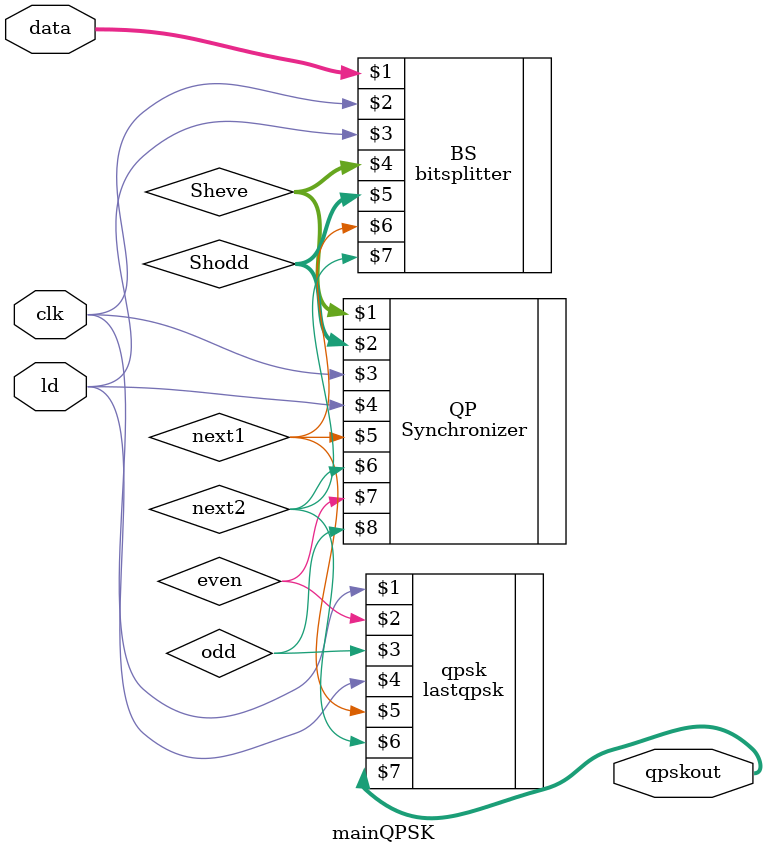
<source format=v>
`timescale 1ns / 1ps


module mainQPSK(
 input [7:0]data,
    input clk,ld,
    output [7:0]qpskout
    );
    wire [3:0]Sheve,Shodd;
    wire even,odd;
    bitsplitter BS(data,clk,ld,Sheve,Shodd,next1,next2);
    Synchronizer QP(Sheve,Shodd,clk,ld,next1,next2,even,odd);
    lastqpsk qpsk(clk,even,odd,ld,next1,next2,qpskout); 
endmodule

</source>
